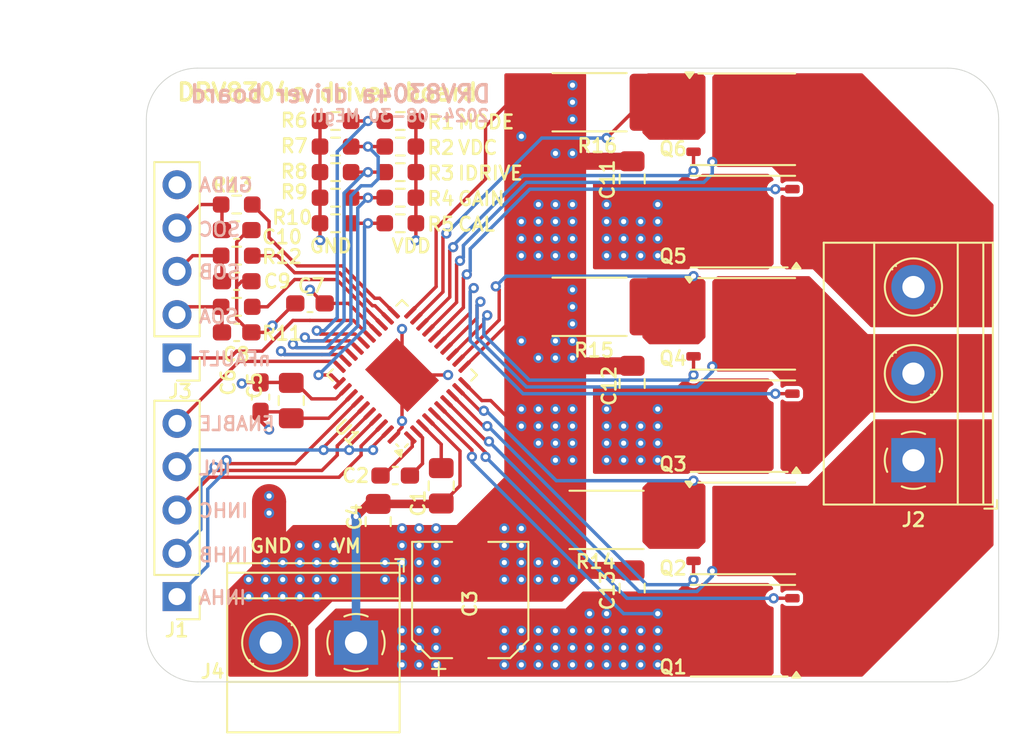
<source format=kicad_pcb>
(kicad_pcb (version 20240108) (generator "pcbnew") (generator_version "8.0")
  (layers (0 "F.Cu" signal) (1 "In1.Cu" signal) (2 "In2.Cu" signal) (31 "B.Cu" signal) (34 "B.Paste" user) (35 "F.Paste" user) (36 "B.SilkS" user "B.Silkscreen") (37 "F.SilkS" user "F.Silkscreen") (38 "B.Mask" user) (39 "F.Mask" user) (44 "Edge.Cuts" user))
  (net 0 "")
  (net 1 "Net-(U1-VCP)")
  (net 2 "Net-(U1-CPH)")
  (net 3 "Net-(U1-CPL)")
  (net 4 "GNDPWR")
  (net 5 "VDD")
  (net 6 "GNDA")
  (net 7 "/SOA")
  (net 8 "/SOB")
  (net 9 "/SOC")
  (net 10 "/INHB")
  (net 11 "/INHA")
  (net 12 "/ENABLE")
  (net 13 "/INHC")
  (net 14 "/nFAULT")
  (net 15 "Net-(U1-MODE)")
  (net 16 "Net-(U1-VDS)")
  (net 17 "Net-(U1-IDRIVE)")
  (net 18 "Net-(U1-GAIN)")
  (net 19 "Net-(U1-CAL)")
  (net 20 "Net-(U1-SOA)")
  (net 21 "Net-(U1-SOB)")
  (net 22 "Net-(U1-SOC)")
  (net 23 "/INL")
  (net 24 "/SHA")
  (net 25 "/SHC")
  (net 26 "/SHB")
  (net 27 "/GHA")
  (net 28 "/SPA")
  (net 29 "/GLA")
  (net 30 "/GHB")
  (net 31 "/SPB")
  (net 32 "/GLB")
  (net 33 "/GHC")
  (net 34 "/SPC")
  (net 35 "/GLC")
  (net 36 "VM")
  (footprint "Package_TO_SOT_SMD:TDSON-8-1" (layer "F.Cu") (at 190 104)
    (property "Reference" "Q2")
    (property "Value" "CSD18514Q5A")
  )
  (footprint "Resistor_SMD:R_0603_1608Metric_Pad0.98x0.95mm_HandSolder" (layer "F.Cu") (at 166.1 86.1 180)
    (property "Reference" "R10")
    (property "Value" "DNP")
  )
  (footprint "Capacitor_SMD:C_0603_1608Metric_Pad1.08x0.95mm_HandSolder" (layer "F.Cu") (at 160.3 86.5)
    (property "Reference" "C10")
    (property "Value" "100pF")
  )
  (footprint "Capacitor_SMD:C_0805_2012Metric_Pad1.18x1.45mm_HandSolder" (layer "F.Cu") (at 172.3 101.5 90)
    (property "Reference" "C1")
    (property "Value" "1uF")
  )
  (footprint "Resistor_SMD:R_0603_1608Metric_Pad0.98x0.95mm_HandSolder" (layer "F.Cu") (at 169.9 86.1 180)
    (property "Reference" "R5")
    (property "Value" "DNP")
  )
  (footprint "Capacitor_SMD:CP_Elec_6.3x7.7" (layer "F.Cu") (at 174 108.2 90)
    (property "Reference" "C3")
    (property "Value" "47uF")
  )
  (footprint "Resistor_SMD:R_0603_1608Metric_Pad0.98x0.95mm_HandSolder" (layer "F.Cu") (at 169.9 81.6 180)
    (property "Reference" "R2")
    (property "Value" "DNP")
  )
  (footprint "Capacitor_SMD:C_0603_1608Metric_Pad1.08x0.95mm_HandSolder" (layer "F.Cu") (at 160.3 89.5)
    (property "Reference" "C9")
    (property "Value" "100pF")
  )
  (footprint "Resistor_SMD:R_0603_1608Metric_Pad0.98x0.95mm_HandSolder" (layer "F.Cu") (at 169.9 84.6 180)
    (property "Reference" "R4")
    (property "Value" "DNP")
  )
  (footprint "Capacitor_SMD:C_0805_2012Metric_Pad1.18x1.45mm_HandSolder" (layer "F.Cu") (at 183.5 107.5 90)
    (property "Reference" "C13")
    (property "Value" "1uF")
  )
  (footprint "Capacitor_SMD:C_0805_2012Metric_Pad1.18x1.45mm_HandSolder" (layer "F.Cu") (at 163.5 96.5 90)
    (property "Reference" "C5")
    (property "Value" "10uF")
  )
  (footprint "NetTie:NetTie-2_SMD_Pad2.0mm" (layer "F.Cu") (at 162.2 104.4 90)
    (property "Reference" "NT1" (hide yes))
    (property "Value" "NetTie_2" (hide yes))
  )
  (footprint "Resistor_SMD:R_0603_1608Metric_Pad0.98x0.95mm_HandSolder" (layer "F.Cu") (at 160.3 85 180)
    (property "Reference" "R13")
    (property "Value" "330R")
  )
  (footprint "Resistor_SMD:R_0603_1608Metric_Pad0.98x0.95mm_HandSolder" (layer "F.Cu") (at 166.1 81.6 180)
    (property "Reference" "R7")
    (property "Value" "DNP")
  )
  (footprint "Resistor_SMD:R_0603_1608Metric_Pad0.98x0.95mm_HandSolder" (layer "F.Cu") (at 166.1 84.6 180)
    (property "Reference" "R9")
    (property "Value" "DNP")
  )
  (footprint "Capacitor_SMD:C_0805_2012Metric_Pad1.18x1.45mm_HandSolder" (layer "F.Cu") (at 183.5 83.5 90)
    (property "Reference" "C11")
    (property "Value" "1uF")
  )
  (footprint "Resistor_SMD:R_0603_1608Metric_Pad0.98x0.95mm_HandSolder" (layer "F.Cu") (at 160.3 91 180)
    (property "Reference" "R11")
    (property "Value" "330R")
  )
  (footprint "Package_DFN_QFN:Texas_RHA0040E_VQFN-40-1EP_6x6mm_P0.5mm_EP3.52x2.62mm" (layer "F.Cu") (at 170 95 135)
    (property "Reference" "U1")
    (property "Value" "DRV8304H")
  )
  (footprint "Package_TO_SOT_SMD:TDSON-8-1" (layer "F.Cu") (at 190 110 180)
    (property "Reference" "Q1")
    (property "Value" "CSD18514Q5A")
  )
  (footprint "Capacitor_SMD:C_0805_2012Metric_Pad1.18x1.45mm_HandSolder" (layer "F.Cu") (at 183.5 95.5 90)
    (property "Reference" "C12")
    (property "Value" "1uF")
  )
  (footprint "Resistor_SMD:R_2512_6332Metric_Pad1.40x3.35mm_HandSolder" (layer "F.Cu") (at 181 79 180)
    (property "Reference" "R16")
    (property "Value" "R")
  )
  (footprint "Capacitor_SMD:C_0805_2012Metric_Pad1.18x1.45mm_HandSolder" (layer "F.Cu") (at 168.6 103.6 -90)
    (property "Reference" "C4")
    (property "Value" "1uF")
  )
  (footprint "Resistor_SMD:R_2512_6332Metric_Pad1.40x3.35mm_HandSolder" (layer "F.Cu") (at 182 103.5 180)
    (property "Reference" "R14")
    (property "Value" "R")
  )
  (footprint "Package_TO_SOT_SMD:TDSON-8-1" (layer "F.Cu") (at 190 86 180)
    (property "Reference" "Q5")
    (property "Value" "CSD18514Q5A")
  )
  (footprint "Capacitor_SMD:C_0603_1608Metric_Pad1.08x0.95mm_HandSolder" (layer "F.Cu") (at 164.6 90.8 180)
    (property "Reference" "C7")
    (property "Value" "100nF")
  )
  (footprint "Resistor_SMD:R_2512_6332Metric_Pad1.40x3.35mm_HandSolder" (layer "F.Cu") (at 181 91 180)
    (property "Reference" "R15")
    (property "Value" "R")
  )
  (footprint "Capacitor_SMD:C_0603_1608Metric_Pad1.08x0.95mm_HandSolder" (layer "F.Cu") (at 160.3 92.5)
    (property "Reference" "C8")
    (property "Value" "100pF")
  )
  (footprint "TerminalBlock_Phoenix:TerminalBlock_Phoenix_MKDS-1,5-3-5.08_1x03_P5.08mm_Horizontal" (layer "F.Cu") (at 200 100 90)
    (property "Reference" "J2")
    (property "Value" "Conn_01x03_Pin")
  )
  (footprint "Connector_PinHeader_2.54mm:PinHeader_1x05_P2.54mm_Vertical" (layer "F.Cu") (at 156.8 94 180)
    (property "Reference" "J3")
    (property "Value" "Conn_01x05_Pin")
  )
  (footprint "Package_TO_SOT_SMD:TDSON-8-1" (layer "F.Cu") (at 190 92)
    (property "Reference" "Q4")
    (property "Value" "CSD18514Q5A")
  )
  (footprint "Resistor_SMD:R_0603_1608Metric_Pad0.98x0.95mm_HandSolder" (layer "F.Cu") (at 169.9 83.1 180)
    (property "Reference" "R3")
    (property "Value" "DNP")
  )
  (footprint "Package_TO_SOT_SMD:TDSON-8-1" (layer "F.Cu") (at 190 80)
    (property "Reference" "Q6")
    (property "Value" "CSD18514Q5A")
  )
  (footprint "Capacitor_SMD:C_0603_1608Metric_Pad1.08x0.95mm_HandSolder" (layer "F.Cu") (at 161.7 96.3 90)
    (property "Reference" "C6")
    (property "Value" "100nF")
  )
  (footprint "Resistor_SMD:R_0603_1608Metric_Pad0.98x0.95mm_HandSolder" (layer "F.Cu") (at 169.9 80.1 180)
    (property "Reference" "R1")
    (property "Value" "DNP")
  )
  (footprint "TerminalBlock_Phoenix:TerminalBlock_Phoenix_MKDS-1,5-2_1x02_P5.00mm_Horizontal" (layer "F.Cu") (at 167.3 110.7 180)
    (property "Reference" "J4")
    (property "Value" "Conn_01x02_Pin")
  )
  (footprint "Resistor_SMD:R_0603_1608Metric_Pad0.98x0.95mm_HandSolder" (layer "F.Cu") (at 160.3 88 180)
    (property "Reference" "R12")
    (property "Value" "330R")
  )
  (footprint "Package_TO_SOT_SMD:TDSON-8-1" (layer "F.Cu") (at 190 98 180)
    (property "Reference" "Q3")
    (property "Value" "CSD18514Q5A")
  )
  (footprint "Capacitor_SMD:C_0603_1608Metric_Pad1.08x0.95mm_HandSolder" (layer "F.Cu") (at 169.6 100.9)
    (property "Reference" "C2")
    (property "Value" "100nF")
  )
  (footprint "Connector_PinHeader_2.54mm:PinHeader_1x05_P2.54mm_Vertical" (layer "F.Cu") (at 156.8 108 180)
    (property "Reference" "J1")
    (property "Value" "Conn_01x05_Pin")
  )
  (footprint "Resistor_SMD:R_0603_1608Metric_Pad0.98x0.95mm_HandSolder" (layer "F.Cu") (at 166.1 83.1 180)
    (property "Reference" "R8")
    (property "Value" "DNP")
  )
  (footprint "Resistor_SMD:R_0603_1608Metric_Pad0.98x0.95mm_HandSolder" (layer "F.Cu") (at 166.1 80.1 180)
    (property "Reference" "R6")
    (property "Value" "DNP")
  )
  (gr_line (start 155 80) (end 155 110) (stroke (width 0.05)) (layer "Edge.Cuts"))
  (gr_line (start 205 110) (end 205 80) (stroke (width 0.05)) (layer "Edge.Cuts"))
  (gr_arc (start 158 113) (mid 155.87868 112.12132) (end 155 110) (stroke (width 0.05)) (layer "Edge.Cuts"))
  (gr_line (start 158 113) (end 202 113) (stroke (width 0.05)) (layer "Edge.Cuts"))
  (gr_arc (start 202 77) (mid 204.12132 77.87868) (end 205 80) (stroke (width 0.05)) (layer "Edge.Cuts"))
  (gr_line (start 202 77) (end 158 77) (stroke (width 0.05)) (layer "Edge.Cuts"))
  (gr_arc (start 205 110) (mid 204.12132 112.12132) (end 202 113) (stroke (width 0.05)) (layer "Edge.Cuts"))
  (gr_arc (start 155 80) (mid 155.87868 77.87868) (end 158 77) (stroke (width 0.05)) (layer "Edge.Cuts"))
  (gr_text "DRV8304a driver board" (at 175.3 79.1 -0) (layer "B.SilkS") (effects (font (size 1 1) (thickness 0.2) (bold yes)) (justify left bottom mirror)))
  (gr_text "nFAULT" (at 158 94.53 0) (layer "B.SilkS") (effects (font (size 0.8 0.8)) (justify right bottom mirror)))
  (gr_text "INL" (at 158 100.93 0) (layer "B.SilkS") (effects (font (size 0.8 0.8)) (justify right bottom mirror)))
  (gr_text "ENABLE" (at 158 98.33 0) (layer "B.SilkS") (effects (font (size 0.8 0.8)) (justify right bottom mirror)))
  (gr_text "INHB" (at 158 106.03 0) (layer "B.SilkS") (effects (font (size 0.8 0.8)) (justify right bottom mirror)))
  (gr_text "SOA" (at 158 92.03 0) (layer "B.SilkS") (effects (font (size 0.8 0.8)) (justify right bottom mirror)))
  (gr_text "2024-08-30 MEgli" (at 175.2 80.2 0) (layer "B.SilkS") (effects (font (size 0.7 0.7) (thickness 0.15) (bold yes)) (justify left bottom mirror)))
  (gr_text "SOB" (at 158 89.43 0) (layer "B.SilkS") (effects (font (size 0.8 0.8)) (justify right bottom mirror)))
  (gr_text "GNDA" (at 158 84.33 0) (layer "B.SilkS") (effects (font (size 0.8 0.8)) (justify right bottom mirror)))
  (gr_text "SOC" (at 158 86.93 0) (layer "B.SilkS") (effects (font (size 0.8 0.8)) (justify right bottom mirror)))
  (gr_text "INHC" (at 158 103.43 0) (layer "B.SilkS") (effects (font (size 0.8 0.8)) (justify right bottom mirror)))
  (gr_text "INHA" (at 158 108.53 0) (layer "B.SilkS") (effects (font (size 0.8 0.8)) (justify right bottom mirror)))
  (gr_text "GND" (at 164.5 87.9 0) (layer "F.SilkS") (effects (font (size 0.8 0.8)) (justify left bottom)))
  (gr_text "VDC" (at 173.2 82.13 0) (layer "F.SilkS") (effects (font (size 0.8 0.8)) (justify left bottom)))
  (gr_text "GND    VM" (at 161 105.5 0) (layer "F.SilkS") (effects (font (size 0.8 0.8)) (justify left bottom)))
  (gr_text "CAL" (at 173.2 86.63 0) (layer "F.SilkS") (effects (font (size 0.8 0.8)) (justify left bottom)))
  (gr_text "MODE" (at 173.2 80.63 0) (layer "F.SilkS") (effects (font (size 0.8 0.8)) (justify left bottom)))
  (gr_text "VDD" (at 169.3 87.9 0) (layer "F.SilkS") (effects (font (size 0.8 0.8)) (justify left bottom)))
  (gr_text "IDRIVE" (at 173.2 83.63 0) (layer "F.SilkS") (effects (font (size 0.8 0.8)) (justify left bottom)))
  (gr_text "DRV8304a driver board" (at 156.7 79 0) (layer "F.SilkS") (effects (font (size 1 1) (thickness 0.2) (bold yes)) (justify left bottom)))
  (gr_text "GAIN" (at 173.2 85.13 0) (layer "F.SilkS") (effects (font (size 0.8 0.8)) (justify left bottom)))
  (segment (start 172.116117 98.883883) (end 171.193243 97.96101) (width 0.2) (layer "F.Cu") (net 1))
  (segment (start 172.3 100.3625) (end 172.3 99.067766) (width 0.2) (layer "F.Cu") (net 1))
  (segment (start 172.3 99.067766) (end 172.116117 98.883883) (width 0.2) (layer "F.Cu") (net 1))
  (segment (start 170.6 99.2) (end 170.6 98.78198) (width 0.2) (layer "F.Cu") (net 2))
  (segment (start 170.6 98.78198) (end 170.486136 98.668116) (width 0.2) (layer "F.Cu") (net 2))
  (segment (start 168.9 100.9) (end 168.737499 100.9) (width 0.2) (layer "F.Cu") (net 2))
  (segment (start 168.822499 100.955) (end 168.845 100.955) (width 0.2) (layer "F.Cu") (net 2))
  (segment (start 170.6 99.2) (end 168.9 100.9) (width 0.2) (layer "F.Cu") (net 2))
  (segment (start 171.112563 98.587437) (end 170.839689 98.314563) (width 0.2) (layer "F.Cu") (net 3))
  (segment (start 171.2 100.2) (end 171.2 98.674874) (width 0.2) (layer "F.Cu") (net 3))
  (segment (start 170.5 100.9) (end 171.2 100.2) (width 0.2) (layer "F.Cu") (net 3))
  (segment (start 171.2 98.674874) (end 171.112563 98.587437) (width 0.2) (layer "F.Cu") (net 3))
  (segment (start 170.462501 100.9) (end 170.5 100.9) (width 0.2) (layer "F.Cu") (net 3))
  (segment (start 170.547501 100.955) (end 170.547501 100.952499) (width 0.2) (layer "F.Cu") (net 3))
  (segment (start 172.5 95) (end 172.7 95) (width 0.2) (layer "F.Cu") (net 4))
  (segment (start 179 100.3) (end 178.95 100.25) (width 0.2) (layer "F.Cu") (net 4))
  (segment (start 176.7 98) (end 177 98) (width 0.2) (layer "F.Cu") (net 4))
  (segment (start 179 100) (end 179 100.3) (width 0.2) (layer "F.Cu") (net 4))
  (segment (start 177 98) (end 177 98.3) (width 0.2) (layer "F.Cu") (net 4))
  (segment (start 177.7 99) (end 178 99) (width 0.2) (layer "F.Cu") (net 4))
  (segment (start 174.9 83.5) (end 174.9 80.4) (width 0.2) (layer "F.Cu") (net 4))
  (segment (start 180.5375 106.4625) (end 180 107) (width 1) (layer "F.Cu") (net 4))
  (segment (start 170.3 95.3) (end 170 95) (width 0.2) (layer "F.Cu") (net 4))
  (segment (start 177 98.3) (end 177.7 99) (width 0.2) (layer "F.Cu") (net 4))
  (segment (start 172 89.81802) (end 172 86.4) (width 0.2) (layer "F.Cu") (net 4))
  (segment (start 170 95) (end 172.5 95) (width 0.2) (layer "F.Cu") (net 4))
  (segment (start 173.668116 94.513864) (end 174.7 93.5) (width 0.2) (layer "F.Cu") (net 4))
  (segment (start 170 97.7) (end 170 95) (width 0.2) (layer "F.Cu") (net 4))
  (segment (start 180.4625 94.4625) (end 180 94) (width 1) (layer "F.Cu") (net 4))
  (segment (start 170.486136 91.331884) (end 172 89.81802) (width 0.2) (layer "F.Cu") (net 4))
  (segment (start 169.8 98.275914) (end 169.937957 98.137957) (width 0.2) (layer "F.Cu") (net 4))
  (segment (start 173.668116 95.486136) (end 173.686136 95.486136) (width 0.2) (layer "F.Cu") (net 4))
  (segment (start 180.4625 82.4625) (end 180 82) (width 1) (layer "F.Cu") (net 4))
  (segment (start 172 86.4) (end 174.9 83.5) (width 0.2) (layer "F.Cu") (net 4))
  (segment (start 170 95) (end 170 92.3) (width 0.2) (layer "F.Cu") (net 4))
  (segment (start 175.2 96.5) (end 176.7 98) (width 0.2) (layer "F.Cu") (net 4))
  (segment (start 170 98.075914) (end 170 97.7) (width 0.2) (layer "F.Cu") (net 4))
  (segment (start 178 99.3) (end 178.7 100) (width 0.2) (layer "F.Cu") (net 4))
  (segment (start 183.5 82.4625) (end 180.4625 82.4625) (width 1) (layer "F.Cu") (net 4))
  (segment (start 173.668116 95.486136) (end 174.68198 96.5) (width 0.2) (layer "F.Cu") (net 4))
  (segment (start 178 99) (end 178 99.3) (width 0.2) (layer "F.Cu") (net 4))
  (segment (start 174.9 80.4) (end 176.3 79) (width 0.2) (layer "F.Cu") (net 4))
  (segment (start 183.5 106.4625) (end 180.5375 106.4625) (width 1) (layer "F.Cu") (net 4))
  (segment (start 183.5 94.4625) (end 180.4625 94.4625) (width 1) (layer "F.Cu") (net 4))
  (segment (start 178.95 100.25) (end 178.95 103.5) (width 0.2) (layer "F.Cu") (net 4))
  (segment (start 169.937957 98.137957) (end 170 98.075914) (width 0.2) (layer "F.Cu") (net 4))
  (segment (start 169.513864 98.668116) (end 169.8 98.38198) (width 0.2) (layer "F.Cu") (net 4))
  (segment (start 176.3 79) (end 177.95 79) (width 0.2) (layer "F.Cu") (net 4))
  (segment (start 177.2 91) (end 177.95 91) (width 0.2) (layer "F.Cu") (net 4))
  (segment (start 169.8 98.38198) (end 169.8 98.275914) (width 0.2) (layer "F.Cu") (net 4))
  (segment (start 174.7 93.5) (end 177.2 91) (width 0.2) (layer "F.Cu") (net 4))
  (segment (start 178.7 100) (end 179 100) (width 0.2) (layer "F.Cu") (net 4))
  (segment (start 174.68198 96.5) (end 175.2 96.5) (width 0.2) (layer "F.Cu") (net 4))
  (via (at 166 107) (size 0.6) (drill 0.3) (layers "F.Cu" "B.Cu") (net 4))
  (via (at 178 88) (size 0.6) (drill 0.3) (layers "F.Cu" "B.Cu") (net 4))
  (via (at 170 92.3) (size 0.6) (drill 0.3) (layers "F.Cu" "B.Cu") (net 4))
  (via (at 171 107) (size 0.6) (drill 0.3) (layers "F.Cu" "B.Cu") (net 4))
  (via (at 171 104) (size 0.6) (drill 0.3) (layers "F.Cu" "B.Cu") (net 4))
  (via (at 177 81) (size 0.6) (drill 0.3) (layers "F.Cu" "B.Cu") (net 4))
  (via (at 178 87) (size 0.6) (drill 0.3) (layers "F.Cu" "B.Cu") (net 4))
  (via (at 172 106) (size 0.6) (drill 0.3) (layers "F.Cu" "B.Cu") (net 4))
  (via (at 163 107) (size 0.6) (drill 0.3) (layers "F.Cu" "B.Cu") (net 4))
  (via (at 180 87) (size 0.6) (drill 0.3) (layers "F.Cu" "B.Cu") (net 4))
  (via (at 180 107) (size 0.6) (drill 0.3) (layers "F.Cu" "B.Cu") (net 4))
  (via (at 180 79) (size 0.6) (drill 0.3) (layers "F.Cu" "B.Cu") (net 4))
  (via (at 164 105) (size 0.6) (drill 0.3) (layers "F.Cu" "B.Cu") (net 4))
  (via (at 180 88) (size 0.6) (drill 0.3) (layers "F.Cu" "B.Cu") (net 4))
  (via (at 178 98) (size 0.6) (drill 0.3) (layers "F.Cu" "B.Cu") (net 4))
  (via (at 179 85) (size 0.6) (drill 0.3) (layers "F.Cu" "B.Cu") (net 4))
  (via (at 164 107) (size 0.6) (drill 0.3) (layers "F.Cu" "B.Cu") (net 4))
  (via (at 165 108) (size 0.6) (drill 0.3) (layers "F.Cu" "B.Cu") (net 4))
  (via (at 165 107) (size 0.6) (drill 0.3) (layers "F.Cu" "B.Cu") (net 4))
  (via (at 177 87) (size 0.6) (drill 0.3) (layers "F.Cu" "B.Cu") (net 4))
  (via (at 172 105) (size 0.6) (drill 0.3) (layers "F.Cu" "B.Cu") (net 4))
  (via (at 177 104) (size 0.6) (drill 0.3) (layers "F.Cu" "B.Cu") (net 4))
  (via (at 163 106) (size 0.6) (drill 0.3) (layers "F.Cu" "B.Cu") (net 4))
  (via (at 180 85) (size 0.6) (drill 0.3) (layers "F.Cu" "B.Cu") (net 4))
  (via (at 165 106) (size 0.6) (drill 0.3) (layers "F.Cu" "B.Cu") (net 4))
  (via (at 172 107) (size 0.6) (drill 0.3) (layers "F.Cu" "B.Cu") (net 4))
  (via (at 177 105) (size 0.6) (drill 0.3) (layers "F.Cu" "B.Cu") (net 4))
  (via (at 178 99) (size 0.6) (drill 0.3) (layers "F.Cu" "B.Cu") (net 4))
  (via (at 166 106) (size 0.6) (drill 0.3) (layers "F.Cu" "B.Cu") (net 4))
  (via (at 170 104) (size 0.6) (drill 0.3) (layers "F.Cu" "B.Cu") (net 4))
  (via (at 178 85) (size 0.6) (drill 0.3) (layers "F.Cu" "B.Cu") (net 4))
  (via (at 179 86) (size 0.6) (drill 0.3) (layers "F.Cu" "B.Cu") (net 4))
  (via (at 180 92) (size 0.6) (drill 0.3) (layers "F.Cu" "B.Cu") (net 4))
  (via (at 178 94) (size 0.6) (drill 0.3) (layers "F.Cu" "B.Cu") (net 4))
  (via (at 164 108) (size 0.6) (drill 0.3) (layers "F.Cu" "B.Cu") (net 4))
  (via (at 164 106) (size 0.6) (drill 0.3) (layers "F.Cu" "B.Cu") (net 4))
  (via (at 172.7 95) (size 0.6) (drill 0.3) (layers "F.Cu" "B.Cu") (net 4))
  (via (at 178 97) (size 0.6) (drill 0.3) (layers "F.Cu" "B.Cu") (net 4))
  (via (at 171 105) (size 0.6) (drill 0.3) (layers "F.Cu" "B.Cu") (net 4))
  (via (at 180 100) (size 0.6) (drill 0.3) (layers "F.Cu" "B.Cu") (net 4))
  (via (at 170 106) (size 0.6) (drill 0.3) (layers "F.Cu" "B.Cu") (net 4))
  (via (at 179 88) (size 0.6) (drill 0.3) (layers "F.Cu" "B.Cu") (net 4))
  (via (at 180 94) (size 0.6) (drill 0.3) (layers "F.Cu" "B.Cu") (net 4))
  (via (at 179 93) (size 0.6) (drill 0.3) (layers "F.Cu" "B.Cu") (net 4))
  (via (at 176 106) (size 0.6) (drill 0.3) (layers "F.Cu" "B.Cu") (net 4))
  (via (at 172 104) (size 0.6) (drill 0.3) (layers "F.Cu" "B.Cu") (net 4))
  (via (at 179 98) (size 0.6) (drill 0.3) (layers "F.Cu" "B.Cu") (net 4))
  (via (at 180 86) (size 0.6) (drill 0.3) (layers "F.Cu" "B.Cu") (net 4))
  (via (at 180 91) (size 0.6) (drill 0.3) (layers "F.Cu" "B.Cu") (net 4))
  (via (at 177 93) (size 0.6) (drill 0.3) (layers "F.Cu" "B.Cu") (net 4))
  (via (at 166 105) (size 0.6) (drill 0.3) (layers "F.Cu" "B.Cu") (net 4))
  (via (at 177 86) (size 0.6) (drill 0.3) (layers "F.Cu" "B.Cu") (net 4))
  (via (at 178 107) (size 0.6) (drill 0.3) (layers "F.Cu" "B.Cu") (net 4))
  (via (at 161 107) (size 0.6) (drill 0.3) (layers "F.Cu" "B.Cu") (net 4))
  (via (at 177 107) (size 0.6) (drill 0.3) (layers "F.Cu" "B.Cu") (net 4))
  (via (at 171 106) (size 0.6) (drill 0.3) (layers "F.Cu" "B.Cu") (net 4))
  (via (at 179 94) (size 0.6) (drill 0.3) (layers "F.Cu" "B.Cu") (net 4))
  (via (at 177 88) (size 0.6) (drill 0.3) (layers "F.Cu" "B.Cu") (net 4))
  (via (at 165 105) (size 0.6) (drill 0.3) (layers "F.Cu" "B.Cu") (net 4))
  (via (at 179 97) (size 0.6) (drill 0.3) (layers "F.Cu" "B.Cu") (net 4))
  (via (at 176 105) (size 0.6) (drill 0.3) (layers "F.Cu" "B.Cu") (net 4))
  (via (at 178 106) (size 0.6) (drill 0.3) (layers "F.Cu" "B.Cu") (net 4))
  (via (at 180 78) (size 0.6) (drill 0.3) (layers "F.Cu" "B.Cu") (net 4))
  (via (at 176 107) (size 0.6) (drill 0.3) (layers "F.Cu" "B.Cu") (net 4))
  (via (at 180 82) (size 0.6) (drill 0.3) (layers "F.Cu" "B.Cu") (net 4))
  (via (at 163 108) (size 0.6) (drill 0.3) (layers "F.Cu" "B.Cu") (net 4))
  (via (at 180 98) (size 0.6) (drill 0.3) (layers "F.Cu" "B.Cu") (net 4))
  (via (at 177 98) (size 0.6) (drill 0.3) (layers "F.Cu" "B.Cu") (net 4))
  (via (at 176 104) (size 0.6) (drill 0.3) (layers "F.Cu" "B.Cu") (net 4))
  (via (at 179 106) (size 0.6) (drill 0.3) (layers "F.Cu" "B.Cu") (net 4))
  (via (at 177 106) (size 0.6) (drill 0.3) (layers "F.Cu" "B.Cu") (net 4))
  (via (at 170 105) (size 0.6) (drill 0.3) (layers "F.Cu" "B.Cu") (net 4))
  (via (at 169 106) (size 0.6) (drill 0.3) (layers "F.Cu" "B.Cu") (net 4))
  (via (at 162 107) (size 0.6) (drill 0.3) (layers "F.Cu" "B.Cu") (net 4))
  (via (at 180 90) (size 0.6) (drill 0.3) (layers "F.Cu" "B.Cu") (net 4))
  (via (at 177 97) (size 0.6) (drill 0.3) (layers "F.Cu" "B.Cu") (net 4))
  (via (at 170 97.7) (size 0.6) (drill 0.3) (layers "F.Cu" "B.Cu") (net 4))
  (via (at 162 108) (size 0.6) (drill 0.3) (layers "F.Cu" "B.Cu") (net 4))
  (via (at 180 99) (size 0.6) (drill 0.3) (layers "F.Cu" "B.Cu") (net 4))
  (via (at 180 80) (size 0.6) (drill 0.3) (layers "F.Cu" "B.Cu") (net 4))
  (via (at 179 99) (size 0.6) (drill 0.3) (layers "F.Cu" "B.Cu") (net 4))
  (via (at 179 87) (size 0.6) (drill 0.3) (layers "F.Cu" "B.Cu") (net 4))
  (via (at 180 93) (size 0.6) (drill 0.3) (layers "F.Cu" "B.Cu") (net 4))
  (via (at 179 107) (size 0.6) (drill 0.3) (layers "F.Cu" "B.Cu") (net 4))
  (via (at 180 97) (size 0.6) (drill 0.3) (layers "F.Cu" "B.Cu") (net 4))
  (via (at 169 107) (size 0.6) (drill 0.3) (layers "F.Cu" "B.Cu") (net 4))
  (via (at 162 106) (size 0.6) (drill 0.3) (layers "F.Cu" "B.Cu") (net 4))
  (via (at 178 86) (size 0.6) (drill 0.3) (layers "F.Cu" "B.Cu") (net 4))
  (via (at 179 100) (size 0.6) (drill 0.3) (layers "F.Cu" "B.Cu") (net 4))
  (via (at 179 82) (size 0.6) (drill 0.3) (layers "F.Cu" "B.Cu") (net 4))
  (via (at 161 108) (size 0.6) (drill 0.3) (layers "F.Cu" "B.Cu") (net 4))
  (via (at 170 107) (size 0.6) (drill 0.3) (layers "F.Cu" "B.Cu") (net 4))
  (segment (start 170.8125 87.2875) (end 170.8125 87.1) (width 0.2) (layer "F.Cu") (net 5))
  (segment (start 165.694733 97.5375) (end 167.03899 96.193243) (width 0.2) (layer "F.Cu") (net 5))
  (segment (start 170.8125 86.1) (end 170.8125 87.1) (width 0.2) (layer "F.Cu") (net 5))
  (segment (start 166.86066 90.8) (end 165.462501 90.8) (width 0.2) (layer "F.Cu") (net 5))
  (segment (start 161.7 97.162501) (end 163.125001 97.162501) (width 0.2) (layer "F.Cu") (net 5))
  (segment (start 170.8125 87.2875) (end 170.8 87.3) (width 0.2) (layer "F.Cu") (net 5))
  (segment (start 165.462501 90.8) (end 165.4 90.8) (width 0.2) (layer "F.Cu") (net 5))
  (segment (start 163.125001 97.162501) (end 163.5 97.5375) (width 0.2) (layer "F.Cu") (net 5))
  (segment (start 161.7 97.7) (end 162.2 98.2) (width 0.2) (layer "F.Cu") (net 5))
  (segment (start 163.5 97.5375) (end 165.694733 97.5375) (width 0.2) (layer "F.Cu") (net 5))
  (segment (start 168.453204 92.392544) (end 166.86066 90.8) (width 0.2) (layer "F.Cu") (net 5))
  (segment (start 161.7 97.162501) (end 161.7 97.7) (width 0.2) (layer "F.Cu") (net 5))
  (segment (start 165.4 90.8) (end 164.6 90) (width 0.2) (layer "F.Cu") (net 5))
  (segment (start 170.8125 80.1) (end 170.8125 86.1) (width 0.2) (layer "F.Cu") (net 5))
  (via (at 170.8125 87.1) (size 0.6) (drill 0.3) (layers "F.Cu" "B.Cu") (net 5))
  (via (at 162.2 98.2) (size 0.6) (drill 0.3) (layers "F.Cu" "B.Cu") (net 5))
  (via (at 164.6 90) (size 0.6) (drill 0.3) (layers "F.Cu" "B.Cu") (net 5))
  (segment (start 161.7 95.437499) (end 163.474999 95.437499) (width 0.2) (layer "F.Cu") (net 6))
  (segment (start 161.1625 89.5) (end 160.6 89.5) (width 0.2) (layer "F.Cu") (net 6))
  (segment (start 160.3 91.7) (end 160.3 89.8) (width 0.2) (layer "F.Cu") (net 6))
  (segment (start 160.3 87.2) (end 161 86.5) (width 0.2) (layer "F.Cu") (net 6))
  (segment (start 163.7625 95.4625) (end 164.7 96.4) (width 0.2) (layer "F.Cu") (net 6))
  (segment (start 161 86.5) (end 161.1625 86.5) (width 0.2) (layer "F.Cu") (net 6))
  (segment (start 161.1625 92.5) (end 161.1 92.5) (width 0.2) (layer "F.Cu") (net 6))
  (segment (start 165.1875 86.1) (end 165.1875 87.0875) (width 0.2) (layer "F.Cu") (net 6))
  (segment (start 165.1875 86.1) (end 165.1875 80.1) (width 0.2) (layer "F.Cu") (net 6))
  (segment (start 161.7 95.437499) (end 160.662501 95.437499) (width 0.2) (layer "F.Cu") (net 6))
  (segment (start 161.1625 92.5) (end 162 92.5) (width 0.2) (layer "F.Cu") (net 6))
  (segment (start 160.662501 95.437499) (end 160.6 95.5) (width 0.2) (layer "F.Cu") (net 6))
  (segment (start 163.474999 95.437499) (end 163.5 95.4625) (width 0.2) (layer "F.Cu") (net 6))
  (segment (start 163.5 95.4625) (end 163.7625 95.4625) (width 0.2) (layer "F.Cu") (net 6))
  (segment (start 160.6 89.5) (end 160.3 89.8) (width 0.2) (layer "F.Cu") (net 6))
  (segment (start 160.3 89.8) (end 160.3 87.2) (width 0.2) (layer "F.Cu") (net 6))
  (segment (start 161.1 92.5) (end 160.3 91.7) (width 0.2) (layer "F.Cu") (net 6))
  (segment (start 163.737499 90.8) (end 163.7 90.8) (width 0.2) (layer "F.Cu") (net 6))
  (segment (start 164.7 96.4) (end 166.125126 96.4) (width 0.2) (layer "F.Cu") (net 6))
  (segment (start 163.7 90.8) (end 162.4 92.1) (width 0.2) (layer "F.Cu") (net 6))
  (segment (start 165.1875 87.0875) (end 165.2 87.1) (width 0.2) (layer "F.Cu") (net 6))
  (segment (start 162 92.5) (end 162.4 92.1) (width 0.2) (layer "F.Cu") (net 6))
  (segment (start 166.125126 96.4) (end 166.685437 95.839689) (width 0.2) (layer "F.Cu") (net 6))
  (via (at 162.4 92.1) (size 0.6) (drill 0.3) (layers "F.Cu" "B.Cu") (net 6))
  (via (at 160.6 95.5) (size 0.6) (drill 0.3) (layers "F.Cu" "B.Cu") (net 6))
  (via (at 162.2 103.1) (size 0.6) (drill 0.3) (layers "F.Cu" "B.Cu") (net 6))
  (via (at 165.2 87.1) (size 0.6) (drill 0.3) (layers "F.Cu" "B.Cu") (net 6))
  (via (at 162.2 102.1) (size 0.6) (drill 0.3) (layers "F.Cu" "B.Cu") (net 6))
  (segment (start 159.4375 91.05) (end 159.3875 91) (width 0.2) (layer "F.Cu") (net 7))
  (segment (start 157.26 91) (end 156.8 91.46) (width 0.2) (layer "F.Cu") (net 7))
  (segment (start 159.4375 92.5) (end 159.4375 91.05) (width 0.2) (layer "F.Cu") (net 7))
  (segment (start 159.3875 91) (end 157.26 91) (width 0.2) (layer "F.Cu") (net 7))
  (segment (start 159.3875 88) (end 157.72 88) (width 0.2) (layer "F.Cu") (net 8))
  (segment (start 157.72 88) (end 156.8 88.92) (width 0.2) (layer "F.Cu") (net 8))
  (segment (start 159.4375 89.5) (end 159.4375 88.05) (width 0.2) (layer "F.Cu") (net 8))
  (segment (start 159.4375 88.05) (end 159.3875 88) (width 0.2) (layer "F.Cu") (net 8))
  (segment (start 159.4375 85.05) (end 159.3875 85) (width 0.2) (layer "F.Cu") (net 9))
  (segment (start 159.4375 86.5) (end 159.4375 85.05) (width 0.2) (layer "F.Cu") (net 9))
  (segment (start 158.18 85) (end 156.8 86.38) (width 0.2) (layer "F.Cu") (net 9))
  (segment (start 159.3875 85) (end 158.18 85) (width 0.2) (layer "F.Cu") (net 9))
  (segment (start 165.3 100.6) (end 159.2 100.6) (width 0.2) (layer "F.Cu") (net 10))
  (segment (start 159.2 100.6) (end 159 100.4) (width 0.2) (layer "F.Cu") (net 10))
  (segment (start 168.099651 97.253903) (end 166.2 99.153554) (width 0.2) (layer "F.Cu") (net 10))
  (segment (start 166.2 99.7) (end 165.3 100.6) (width 0.2) (layer "F.Cu") (net 10))
  (segment (start 166.2 99.153554) (end 166.2 99.7) (width 0.2) (layer "F.Cu") (net 10))
  (via (at 159 100.4) (size 0.6) (drill 0.3) (layers "F.Cu" "B.Cu") (net 10))
  (segment (start 156.8 105.46) (end 158.08 104.18) (width 0.2) (layer "B.Cu") (net 10))
  (segment (start 158.2 104.06) (end 158.08 104.18) (width 0.2) (layer "B.Cu") (net 10))
  (segment (start 158.2 101.2) (end 158.2 104.06) (width 0.2) (layer "B.Cu") (net 10))
  (segment (start 159 100.4) (end 158.2 101.2) (width 0.2) (layer "B.Cu") (net 10))
  (segment (start 159.9 100.2) (end 163.73934 100.2) (width 0.2) (layer "F.Cu") (net 11))
  (segment (start 159.7 100) (end 159.9 100.2) (width 0.2) (layer "F.Cu") (net 11))
  (segment (start 163.73934 100.2) (end 167.392544 96.546796) (width 0.2) (layer "F.Cu") (net 11))
  (via (at 159.7 100) (size 0.6) (drill 0.3) (layers "F.Cu" "B.Cu") (net 11))
  (segment (start 159.7 100) (end 159.7 100.6) (width 0.2) (layer "B.Cu") (net 11))
  (segment (start 158.6 101.7) (end 158.6 106.2) (width 0.2) (layer "B.Cu") (net 11))
  (segment (start 158.6 106.2) (end 156.8 108) (width 0.2) (layer "B.Cu") (net 11))
  (segment (start 159.7 100.6) (end 158.6 101.7) (width 0.2) (layer "B.Cu") (net 11))
  (segment (start 166.01802 94.2) (end 166.331884 94.513864) (width 0.2) (layer "F.Cu") (net 12))
  (segment (start 156.8 97.84) (end 160.44 94.2) (width 0.2) (layer "F.Cu") (net 12))
  (segment (start 160.44 94.2) (end 166.01802 94.2) (width 0.2) (layer "F.Cu") (net 12))
  (segment (start 168.806757 97.96101) (end 167.6 99.167767) (width 0.2) (layer "F.Cu") (net 13))
  (segment (start 167.6 99.7) (end 166.3 101) (width 0.2) (layer "F.Cu") (net 13))
  (segment (start 158.7 101) (end 156.8 102.9) (width 0.2) (layer "F.Cu") (net 13))
  (segment (start 167.6 99.167767) (end 167.6 99.7) (width 0.2) (layer "F.Cu") (net 13))
  (segment (start 156.8 102.9) (end 156.8 102.92) (width 0.2) (layer "F.Cu") (net 13))
  (segment (start 166.3 101) (end 158.7 101) (width 0.2) (layer "F.Cu") (net 13))
  (segment (start 156.8 94) (end 159.9 94) (width 0.2) (layer "F.Cu") (net 14))
  (segment (start 163.6 91.8) (end 164.6 91.8) (width 0.2) (layer "F.Cu") (net 14))
  (segment (start 160.3 93.6) (end 161.8 93.6) (width 0.2) (layer "F.Cu") (net 14))
  (segment (start 167.153554 91.8) (end 164.6 91.8) (width 0.2) (layer "F.Cu") (net 14))
  (segment (start 159.9 94) (end 160.3 93.6) (width 0.2) (layer "F.Cu") (net 14))
  (segment (start 168.099651 92.746097) (end 167.153554 91.8) (width 0.2) (layer "F.Cu") (net 14))
  (segment (start 161.8 93.6) (end 163.6 91.8) (width 0.2) (layer "F.Cu") (net 14))
  (segment (start 167.246446 92.6) (end 165.2 92.6) (width 0.2) (layer "F.Cu") (net 15))
  (segment (start 167.746097 93.099651) (end 167.246446 92.6) (width 0.2) (layer "F.Cu") (net 15))
  (segment (start 167.0125 80.1) (end 168 80.1) (width 0.2) (layer "F.Cu") (net 15))
  (segment (start 165.2 92.6) (end 165 92.4) (width 0.2) (layer "F.Cu") (net 15))
  (segment (start 168.9875 80.1) (end 168 80.1) (width 0.2) (layer "F.Cu") (net 15))
  (via (at 165 92.4) (size 0.6) (drill 0.3) (layers "F.Cu" "B.Cu") (net 15))
  (via (at 168 80.1) (size 0.6) (drill 0.3) (layers "F.Cu" "B.Cu") (net 15))
  (segment (start 165.434314 92.4) (end 165 92.4) (width 0.2) (layer "B.Cu") (net 15))
  (segment (start 166.2 91.634314) (end 165.434314 92.4) (width 0.2) (layer "B.Cu") (net 15))
  (segment (start 168 80.1) (end 166.2 81.9) (width 0.2) (layer "B.Cu") (net 15))
  (segment (start 166.2 81.9) (end 166.2 91.634314) (width 0.2) (layer "B.Cu") (net 15))
  (segment (start 168 81.6) (end 168.9875 81.6) (width 0.2) (layer "F.Cu") (net 16))
  (segment (start 167.03899 93.806757) (end 166.632233 93.4) (width 0.2) (layer "F.Cu") (net 16))
  (segment (start 166.632233 93.4) (end 163.8 93.4) (width 0.2) (layer "F.Cu") (net 16))
  (segment (start 163.8 93.4) (end 163.6 93.2) (width 0.2) (layer "F.Cu") (net 16))
  (segment (start 167.0125 81.6) (end 168 81.6) (width 0.2) (layer "F.Cu") (net 16))
  (via (at 163.6 93.2) (size 0.6) (drill 0.3) (layers "F.Cu" "B.Cu") (net 16))
  (via (at 168 81.6) (size 0.6) (drill 0.3) (layers "F.Cu" "B.Cu") (net 16))
  (segment (start 165.568628 93.4) (end 163.8 93.4) (width 0.2) (layer "B.Cu") (net 16))
  (segment (start 168.2 83.9) (end 167.6 83.9) (width 0.2) (layer "B.Cu") (net 16))
  (segment (start 168.6 83.5) (end 168.2 83.9) (width 0.2) (layer "B.Cu") (net 16))
  (segment (start 167 91.968628) (end 165.568628 93.4) (width 0.2) (layer "B.Cu") (net 16))
  (segment (start 167.6 83.9) (end 167 84.5) (width 0.2) (layer "B.Cu") (net 16))
  (segment (start 168 81.6) (end 168.6 82.2) (width 0.2) (layer "B.Cu") (net 16))
  (segment (start 163.8 93.4) (end 163.6 93.2) (width 0.2) (layer "B.Cu") (net 16))
  (segment (start 167 84.5) (end 167 91.968628) (width 0.2) (layer "B.Cu") (net 16))
  (segment (start 168.6 82.2) (end 168.6 83.5) (width 0.2) (layer "B.Cu") (net 16))
  (segment (start 167.0125 83.1) (end 168 83.1) (width 0.2) (layer "F.Cu") (net 17))
  (segment (start 167.392544 93.453204) (end 166.93934 93) (width 0.2) (layer "F.Cu") (net 17))
  (segment (start 166.93934 93) (end 164.5 93) (width 0.2) (layer "F.Cu") (net 17))
  (segment (start 168 83.1) (end 168.9875 83.1) (width 0.2) (layer "F.Cu") (net 17))
  (segment (start 164.5 93) (end 164.3 92.8) (width 0.2) (layer "F.Cu") (net 17))
  (via (at 164.3 92.8) (size 0.6) (drill 0.3) (layers "F.Cu" "B.Cu") (net 17))
  (via (at 168 83.1) (size 0.6) (drill 0.3) (layers "F.Cu" "B.Cu") (net 17))
  (segment (start 166.6 91.8) (end 165.4 93) (width 0.2) (layer "B.Cu") (net 17))
  (segment (start 164.5 93) (end 164.3 92.8) (width 0.2) (layer "B.Cu") (net 17))
  (segment (start 168 83.1) (end 167.834314 83.1) (width 0.2) (layer "B.Cu") (net 17))
  (segment (start 165.4 93) (end 164.5 93) (width 0.2) (layer "B.Cu") (net 17))
  (segment (start 166.6 84.334314) (end 166.6 91.8) (width 0.2) (layer "B.Cu") (net 17))
  (segment (start 167.834314 83.1) (end 166.6 84.334314) (width 0.2) (layer "B.Cu") (net 17))
  (segment (start 165.3 93.8) (end 163.1 93.8) (width 0.2) (layer "F.Cu") (net 18))
  (segment (start 163 93.7) (end 162.9 93.6) (width 0.2) (layer "F.Cu") (net 18))
  (segment (start 166.325126 93.8) (end 165.3 93.8) (width 0.2) (layer "F.Cu") (net 18))
  (segment (start 167.0125 84.6) (end 168 84.6) (width 0.2) (layer "F.Cu") (net 18))
  (segment (start 163.1 93.8) (end 163 93.7) (width 0.2) (layer "F.Cu") (net 18))
  (segment (start 166.685437 94.160311) (end 166.325126 93.8) (width 0.2) (layer "F.Cu") (net 18))
  (segment (start 168 84.6) (end 168.9875 84.6) (width 0.2) (layer "F.Cu") (net 18))
  (via (at 162.9 93.6) (size 0.6) (drill 0.3) (layers "F.Cu" "B.Cu") (net 18))
  (via (at 168 84.6) (size 0.6) (drill 0.3) (layers "F.Cu" "B.Cu") (net 18))
  (segment (start 168 84.6) (end 167.4 85.2) (width 0.2) (layer "B.Cu") (net 18))
  (segment (start 163.1 93.8) (end 162.9 93.6) (width 0.2) (layer "B.Cu") (net 18))
  (segment (start 167.4 92.134314) (end 165.734314 93.8) (width 0.2) (layer "B.Cu") (net 18))
  (segment (start 165.734314 93.8) (end 163.1 93.8) (width 0.2) (layer "B.Cu") (net 18))
  (segment (start 167.4 85.2) (end 167.4 92.134314) (width 0.2) (layer "B.Cu") (net 18))
  (segment (start 165.845748 95) (end 165.1 95) (width 0.2) (layer "F.Cu") (net 19))
  (segment (start 166.331884 95.486136) (end 165.845748 95) (width 0.2) (layer "F.Cu") (net 19))
  (segment (start 167.0125 86.1) (end 168 86.1) (width 0.2) (layer "F.Cu") (net 19))
  (segment (start 168 86.1) (end 168.9875 86.1) (width 0.2) (layer "F.Cu") (net 19))
  (via (at 168 86.1) (size 0.6) (drill 0.3) (layers "F.Cu" "B.Cu") (net 19))
  (via (at 165.1 95) (size 0.6) (drill 0.3) (layers "F.Cu" "B.Cu") (net 19))
  (segment (start 168 86.1) (end 167.8 86.3) (width 0.2) (layer "B.Cu") (net 19))
  (segment (start 167.8 92.3) (end 165.1 95) (width 0.2) (layer "B.Cu") (net 19))
  (segment (start 167.8 86.3) (end 167.8 92.3) (width 0.2) (layer "B.Cu") (net 19))
  (segment (start 161.2125 90.8875) (end 161.2125 91) (width 0.2) (layer "F.Cu") (net 20))
  (segment (start 162.1 91) (end 163.7 89.4) (width 0.2) (layer "F.Cu") (net 20))
  (segment (start 161.3125 91.1) (end 161.2125 91) (width 0.2) (layer "F.Cu") (net 20))
  (segment (start 161.2125 91) (end 162.1 91) (width 0.2) (layer "F.Cu") (net 20))
  (segment (start 166.167767 89.4) (end 168.806757 92.03899) (width 0.2) (layer "F.Cu") (net 20))
  (segment (start 163.7 89.4) (end 166.167767 89.4) (width 0.2) (layer "F.Cu") (net 20))
  (segment (start 166.333454 89) (end 166.416727 89.083273) (width 0.2) (layer "F.Cu") (net 21))
  (segment (start 162.7 88) (end 163.7 89) (width 0.2) (layer "F.Cu") (net 21))
  (segment (start 168.408147 90.933273) (end 169.160311 91.685437) (width 0.2) (layer "F.Cu") (net 21))
  (segment (start 163.7 89) (end 166.333454 89) (width 0.2) (layer "F.Cu") (net 21))
  (segment (start 168.266726 90.933273) (end 168.408147 90.933273) (width 0.2) (layer "F.Cu") (net 21))
  (segment (start 166.416727 89.083273) (end 168.266726 90.933273) (width 0.2) (layer "F.Cu") (net 21))
  (segment (start 161.2125 88) (end 162.7 88) (width 0.2) (layer "F.Cu") (net 21))
  (segment (start 162.2 86.934314) (end 163.865686 88.6) (width 0.2) (layer "F.Cu") (net 22))
  (segment (start 162.2 85.9875) (end 162.2 86.934314) (width 0.2) (layer "F.Cu") (net 22))
  (segment (start 166.5 88.6) (end 166.6 88.7) (width 0.2) (layer "F.Cu") (net 22))
  (segment (start 161.2125 85) (end 162.2 85.9875) (width 0.2) (layer "F.Cu") (net 22))
  (segment (start 163.865686 88.6) (end 166.5 88.6) (width 0.2) (layer "F.Cu") (net 22))
  (segment (start 168.4 90.5) (end 166.6 88.7) (width 0.2) (layer "F.Cu") (net 22))
  (segment (start 169.513864 91.331884) (end 168.68198 90.5) (width 0.2) (layer "F.Cu") (net 22))
  (segment (start 168.68198 90.5) (end 168.4 90.5) (width 0.2) (layer "F.Cu") (net 22))
  (segment (start 168.453204 97.607456) (end 166.9 99.16066) (width 0.2) (layer "F.Cu") (net 23))
  (segment (start 165.4 99.4) (end 165.4 99.246446) (width 0.2) (layer "F.Cu") (net 23))
  (segment (start 165.4 99.246446) (end 167.746097 96.900349) (width 0.2) (layer "F.Cu") (net 23))
  (segment (start 168.3 99.174874) (end 168.3 99.4) (width 0.2) (layer "F.Cu") (net 23))
  (segment (start 166.9 99.16066) (end 166.9 99.4) (width 0.2) (layer "F.Cu") (net 23))
  (segment (start 169.160311 98.314563) (end 168.3 99.174874) (width 0.2) (layer "F.Cu") (net 23))
  (segment (start 166.9 99.5) (end 166.9 99.4) (width 0.2) (layer "F.Cu") (net 23))
  (via (at 168.3 99.4) (size 0.6) (drill 0.3) (layers "F.Cu" "B.Cu") (net 23))
  (via (at 166.9 99.4) (size 0.6) (drill 0.3) (layers "F.Cu" "B.Cu") (net 23))
  (via (at 165.4 99.4) (size 0.6) (drill 0.3) (layers "F.Cu" "B.Cu") (net 23))
  (segment (start 165.4 99.4) (end 157.78 99.4) (width 0.2) (layer "B.Cu") (net 23))
  (segment (start 165.4 99.4) (end 168.3 99.4) (width 0.2) (layer "B.Cu") (net 23))
  (segment (start 157.78 99.4) (end 156.8 100.38) (width 0.2) (layer "B.Cu") (net 23))
  (segment (start 191.05 104) (end 190.7 104) (width 0.2) (layer "F.Cu") (net 24))
  (segment (start 190.7 104) (end 188.2 106.5) (width 0.2) (layer "F.Cu") (net 24))
  (segment (start 172.607456 96.546796) (end 174.96066 98.9) (width 0.2) (layer "F.Cu") (net 24))
  (segment (start 172.607456 96.546796) (end 172.646796 96.546796) (width 0.2) (layer "F.Cu") (net 24))
  (segment (start 174.96066 98.9) (end 175.1 98.9) (width 0.2) (layer "F.Cu") (net 24))
  (via (at 188.2 106.5) (size 0.6) (drill 0.3) (layers "F.Cu" "B.Cu") (net 24))
  (via (at 175.1 98.9) (size 0.6) (drill 0.3) (layers "F.Cu" "B.Cu") (net 24))
  (segment (start 187.3 107.7) (end 184 107.7) (width 0.2) (layer "B.Cu") (net 24))
  (segment (start 188.2 106.5) (end 188.2 106.8) (width 0.2) (layer "B.Cu") (net 24))
  (segment (start 183.9 107.7) (end 184 107.7) (width 0.2) (layer "B.Cu") (net 24))
  (segment (start 175.1 98.9) (end 183.9 107.7) (width 0.2) (layer "B.Cu") (net 24))
  (segment (start 188.2 106.8) (end 187.3 107.7) (width 0.2) (layer "B.Cu") (net 24))
  (segment (start 173.2 90.73934) (end 173.2 88.5) (width 0.2) (layer "F.Cu") (net 25))
  (segment (start 191.05 80) (end 190.7 80) (width 0.2) (layer "F.Cu") (net 25))
  (segment (start 171.546796 92.392544) (end 173.2 90.73934) (width 0.2) (layer "F.Cu") (net 25))
  (segment (start 190.7 80) (end 188.2 82.5) (width 0.2) (layer "F.Cu") (net 25))
  (segment (start 173.2 88.5) (end 173.4 88.3) (width 0.2) (layer "F.Cu") (net 25))
  (via (at 188.2 82.5) (size 0.6) (drill 0.3) (layers "F.Cu" "B.Cu") (net 25))
  (via (at 173.4 88.3) (size 0.6) (drill 0.3) (layers "F.Cu" "B.Cu") (net 25))
  (segment (start 187.7 83.7) (end 177.3 83.7) (width 0.2) (layer "B.Cu") (net 25))
  (segment (start 188.2 83.2) (end 187.7 83.7) (width 0.2) (layer "B.Cu") (net 25))
  (segment (start 188.2 82.5) (end 188.2 83.2) (width 0.2) (layer "B.Cu") (net 25))
  (segment (start 173.6 87.4) (end 173.6 88.1) (width 0.2) (layer "B.Cu") (net 25))
  (segment (start 177.3 83.7) (end 173.6 87.4) (width 0.2) (layer "B.Cu") (net 25))
  (segment (start 173.6 88.1) (end 173.4 88.3) (width 0.2) (layer "B.Cu") (net 25))
  (segment (start 174.4 90.9) (end 174.6 90.7) (width 0.2) (layer "F.Cu") (net 26))
  (segment (start 172.607456 93.453204) (end 174.4 91.66066) (width 0.2) (layer "F.Cu") (net 26))
  (segment (start 191.05 92) (end 190.7 92) (width 0.2) (layer "F.Cu") (net 26))
  (segment (start 190.7 92) (end 188.2 94.5) (width 0.2) (layer "F.Cu") (net 26))
  (segment (start 174.4 91.66066) (end 174.4 90.9) (width 0.2) (layer "F.Cu") (net 26))
  (via (at 188.2 94.5) (size 0.6) (drill 0.3) (layers "F.Cu" "B.Cu") (net 26))
  (via (at 174.6 90.7) (size 0.6) (drill 0.3) (layers "F.Cu" "B.Cu") (net 26))
  (segment (start 174.4 92.8) (end 174.4 90.9) (width 0.2) (layer "B.Cu") (net 26))
  (segment (start 188.2 94.8) (end 187.3 95.7) (width 0.2) (layer "B.Cu") (net 26))
  (segment (start 177.3 95.7) (end 174.4 92.8) (width 0.2) (layer "B.Cu") (net 26))
  (segment (start 174.4 90.9) (end 174.6 90.7) (width 0.2) (layer "B.Cu") (net 26))
  (segment (start 187.3 95.7) (end 177.3 95.7) (width 0.2) (layer "B.Cu") (net 26))
  (segment (start 188.2 94.5) (end 188.2 94.8) (width 0.2) (layer "B.Cu") (net 26))
  (segment (start 172.253903 96.900349) (end 172.915226 97.561672) (width 0.2) (layer "F.Cu") (net 27))
  (segment (start 172.915226 97.561672) (end 172.915226 97.563755) (width 0.2) (layer "F.Cu") (net 27))
  (segment (start 192.9 108.095) (end 191.805 108.095) (width 0.2) (layer "F.Cu") (net 27))
  (segment (start 191.805 108.095) (end 191.8 108.1) (width 0.2) (layer "F.Cu") (net 27))
  (segment (start 174.9 99.548529) (end 174.9 99.8) (width 0.2) (layer "F.Cu") (net 27))
  (segment (start 172.915226 97.563755) (end 174.9 99.548529) (width 0.2) (layer "F.Cu") (net 27))
  (via (at 174.9 99.8) (size 0.6) (drill 0.3) (layers "F.Cu" "B.Cu") (net 27))
  (via (at 191.8 108.1) (size 0.6) (drill 0.3) (layers "F.Cu" "B.Cu") (net 27))
  (segment (start 174.9 99.8) (end 183.2 108.1) (width 0.2) (layer "B.Cu") (net 27))
  (segment (start 191.8 108.1) (end 184.1 108.1) (width 0.2) (layer "B.Cu") (net 27))
  (segment (start 183.2 108.1) (end 184.1 108.1) (width 0.2) (layer "B.Cu") (net 27))
  (segment (start 174.574874 97.1) (end 174.8 97.1) (width 0.2) (layer "F.Cu") (net 28))
  (segment (start 185.05 103.5) (end 185.05 104.45) (width 0.2) (layer "F.Cu") (net 28))
  (segment (start 173.314563 95.839689) (end 174.574874 97.1) (width 0.2) (layer "F.Cu") (net 28))
  (via (at 187.1 101.2) (size 0.6) (drill 0.3) (layers "F.Cu" "B.Cu") (net 28))
  (via (at 174.8 97.1) (size 0.6) (drill 0.3) (layers "F.Cu" "B.Cu") (net 28))
  (segment (start 174.948529 97.1) (end 179.048529 101.2) (width 0.2) (layer "B.Cu") (net 28))
  (segment (start 179.5 101.2) (end 187.1 101.2) (width 0.2) (layer "B.Cu") (net 28))
  (segment (start 174.8 97.1) (end 174.948529 97.1) (width 0.2) (layer "B.Cu") (net 28))
  (segment (start 179.048529 101.2) (end 179.5 101.2) (width 0.2) (layer "B.Cu") (net 28))
  (segment (start 172.96101 96.193243) (end 174.767767 98) (width 0.2) (layer "F.Cu") (net 29))
  (segment (start 187.095 105.9) (end 187.1 105.905) (width 0.2) (layer "F.Cu") (net 29))
  (segment (start 174.767767 98) (end 175 98) (width 0.2) (layer "F.Cu") (net 29))
  (segment (start 187.1 105.905) (end 187.1 107) (width 0.2) (layer "F.Cu") (net 29))
  (via (at 175 98) (size 0.6) (drill 0.3) (layers "F.Cu" "B.Cu") (net 29))
  (via (at 187.1 107) (size 0.6) (drill 0.3) (layers "F.Cu" "B.Cu") (net 29))
  (segment (start 186.8 107.3) (end 186.6 107.3) (width 0.2) (layer "B.Cu") (net 29))
  (segment (start 184.348529 107.3) (end 186.6 107.3) (width 0.2) (layer "B.Cu") (net 29))
  (segment (start 175.048529 98) (end 184.348529 107.3) (width 0.2) (layer "B.Cu") (net 29))
  (segment (start 175 98) (end 175.048529 98) (width 0.2) (layer "B.Cu") (net 29))
  (segment (start 187.1 107) (end 186.8 107.3) (width 0.2) (layer "B.Cu") (net 29))
  (segment (start 172.253903 93.099651) (end 174 91.353554) (width 0.2) (layer "F.Cu") (net 30))
  (segment (start 191.905 96.095) (end 191.9 96.1) (width 0.2) (layer "F.Cu") (net 30))
  (segment (start 174 91.353554) (end 174 90.105882) (width 0.2) (layer "F.Cu") (net 30))
  (segment (start 192.9 96.095) (end 191.905 96.095) (width 0.2) (layer "F.Cu") (net 30))
  (segment (start 174 90.105882) (end 174.205882 89.9) (width 0.2) (layer "F.Cu") (net 30))
  (via (at 174.205882 89.9) (size 0.6) (drill 0.3) (layers "F.Cu" "B.Cu") (net 30))
  (via (at 191.9 96.1) (size 0.6) (drill 0.3) (layers "F.Cu" "B.Cu") (net 30))
  (segment (start 191.9 96.1) (end 177.1 96.1) (width 0.2) (layer "B.Cu") (net 30))
  (segment (start 174 93) (end 174 90.105882) (width 0.2) (layer "B.Cu") (net 30))
  (segment (start 177.1 96.1) (end 174 93) (width 0.2) (layer "B.Cu") (net 30))
  (segment (start 174 90.105882) (end 174.205882 89.9) (width 0.2) (layer "B.Cu") (net 30))
  (segment (start 175.7 90) (end 175.7 91.774874) (width 0.2) (layer "F.Cu") (net 31))
  (segment (start 175.5 89.8) (end 175.7 90) (width 0.2) (layer "F.Cu") (net 31))
  (segment (start 175.7 91.774874) (end 173.314563 94.160311) (width 0.2) (layer "F.Cu") (net 31))
  (via (at 187.1 89.2) (size 0.6) (drill 0.3) (layers "F.Cu" "B.Cu") (net 31))
  (via (at 175.5 89.8) (size 0.6) (drill 0.3) (layers "F.Cu" "B.Cu") (net 31))
  (segment (start 176.1 89.2) (end 175.5 89.8) (width 0.2) (layer "B.Cu") (net 31))
  (segment (start 187.1 89.2) (end 176.1 89.2) (width 0.2) (layer "B.Cu") (net 31))
  (segment (start 172.96101 93.806757) (end 174.8 91.967767) (width 0.2) (layer "F.Cu") (net 32))
  (segment (start 187.095 93.9) (end 187.1 93.905) (width 0.2) (layer "F.Cu") (net 32))
  (segment (start 187.1 93.905) (end 187.1 95) (width 0.2) (layer "F.Cu") (net 32))
  (segment (start 174.8 91.967767) (end 174.8 91.7) (width 0.2) (layer "F.Cu") (net 32))
  (segment (start 174.8 91.7) (end 175 91.5) (width 0.2) (layer "F.Cu") (net 32))
  (via (at 187.1 95) (size 0.6) (drill 0.3) (layers "F.Cu" "B.Cu") (net 32))
  (via (at 175 91.5) (size 0.6) (drill 0.3) (layers "F.Cu" "B.Cu") (net 32))
  (segment (start 174.8 91.7) (end 174.8 92.634314) (width 0.2) (layer "B.Cu") (net 32))
  (segment (start 177.465686 95.3) (end 186.8 95.3) (width 0.2) (layer "B.Cu") (net 32))
  (segment (start 174.8 92.634314) (end 177.465686 95.3) (width 0.2) (layer "B.Cu") (net 32))
  (segment (start 175 91.5) (end 174.8 91.7) (width 0.2) (layer "B.Cu") (net 32))
  (segment (start 186.8 95.3) (end 187.1 95) (width 0.2) (layer "B.Cu") (net 32))
  (segment (start 173.6 91.046446) (end 173.6 89.3) (width 0.2) (layer "F.Cu") (net 33))
  (segment (start 171.900349 92.746097) (end 173.6 91.046446) (width 0.2) (layer "F.Cu") (net 33))
  (segment (start 173.6 89.3) (end 173.8 89.1) (width 0.2) (layer "F.Cu") (net 33))
  (segment (start 191.995 84.095) (end 192.9 84.095) (width 0.2) (layer "F.Cu") (net 33))
  (segment (start 191.9 84.1) (end 191.995 84.095) (width 0.2) (layer "F.Cu") (net 33))
  (via (at 173.8 89.1) (size 0.6) (drill 0.3) (layers "F.Cu" "B.Cu") (net 33))
  (via (at 191.9 84.1) (size 0.6) (drill 0.3) (layers "F.Cu" "B.Cu") (net 33))
  (segment (start 177.5 84.1) (end 174 87.6) (width 0.2) (layer "B.Cu") (net 33))
  (segment (start 191.9 84.1) (end 177.5 84.1) (width 0.2) (layer "B.Cu") (net 33))
  (segment (start 174 88.9) (end 173.8 89.1) (width 0.2) (layer "B.Cu") (net 33))
  (segment (start 174 87.6) (end 174 88.9) (width 0.2) (layer "B.Cu") (net 33))
  (segment (start 172.4 90.125126) (end 172.4 86.9) (width 0.2) (layer "F.Cu") (net 34))
  (segment (start 184.05 79) (end 184.05 79.05) (width 0.2) (layer "F.Cu") (net 34))
  (segment (start 170.839689 91.685437) (end 172.4 90.125126) (width 0.2) (layer "F.Cu") (net 34))
  (segment (start 184.05 79.05) (end 182 81.1) (width 0.2) (layer "F.Cu") (net 34))
  (segment (start 172.4 86.9) (end 172.6 86.7) (width 0.2) (layer "F.Cu") (net 34))
  (via (at 172.6 86.7) (size 0.6) (drill 0.3) (layers "F.Cu" "B.Cu") (net 34))
  (via (at 182 81.1) (size 0.6) (drill 0.3) (layers "F.Cu" "B.Cu") (net 34))
  (segment (start 182 81.1) (end 178.2 81.1) (width 0.2) (layer "B.Cu") (net 34))
  (segment (start 178.2 81.1) (end 172.6 86.7) (width 0.2) (layer "B.Cu") (net 34))
  (segment (start 187.095 81.9) (end 187.1 81.905) (width 0.2) (layer "F.Cu") (net 35))
  (segment (start 172.8 87.7) (end 173 87.5) (width 0.2) (layer "F.Cu") (net 35))
  (segment (start 171.193243 92.03899) (end 172.8 90.432233) (width 0.2) (layer "F.Cu") (net 35))
  (segment (start 172.8 90.432233) (end 172.8 87.7) (width 0.2) (layer "F.Cu") (net 35))
  (segment (start 187.1 81.905) (end 187.1 83) (width 0.2) (layer "F.Cu") (net 35))
  (segment (start 187.1 81.905) (end 187.095 81.905) (width 0.2) (layer "F.Cu") (net 35))
  (via (at 187.1 83) (size 0.6) (drill 0.3) (layers "F.Cu" "B.Cu") (net 35))
  (via (at 173 87.5) (size 0.6) (drill 0.3) (layers "F.Cu" "B.Cu") (net 35))
  (segment (start 173 87.5) (end 173 87.4) (width 0.2) (layer "B.Cu") (net 35))
  (segment (start 177.1 83.3) (end 186.8 83.3) (width 0.2) (layer "B.Cu") (net 35))
  (segment (start 173 87.4) (end 177.1 83.3) (width 0.2) (layer "B.Cu") (net 35))
  (segment (start 186.8 83.3) (end 187.1 83) (width 0.2) (layer "B.Cu") (net 35))
  (segment (start 172.375 102.5025) (end 172.3975 102.5025) (width 0.5) (layer "F.Cu") (net 36))
  (segment (start 173.4 99.46066) (end 171.546796 97.607456) (width 0.2) (layer "F.Cu") (net 36))
  (segment (start 174.1 99.4) (end 174 99.3) (width 0.2) (layer "F.Cu") (net 36))
  (segment (start 172.3 102.5375) (end 172.3625 102.5375) (width 0.5) (layer "F.Cu") (net 36))
  (segment (start 174 99.3) (end 171.900349 97.253903) (width 0.2) (layer "F.Cu") (net 36))
  (segment (start 168.6 102.5625) (end 168.0375 102.5625) (width 0.5) (layer "F.Cu") (net 36))
  (segment (start 172.275 102.5625) (end 172.3 102.5375) (width 0.5) (layer "F.Cu") (net 36))
  (segment (start 173.4 101.5) (end 173.4 99.46066) (width 0.2) (layer "F.Cu") (net 36))
  (segment (start 168.0375 102.5625) (end 167.3 103.3) (width 0.5) (layer "F.Cu") (net 36))
  (segment (start 172.3625 102.5375) (end 173.4 101.5) (width 0.2) (layer "F.Cu") (net 36))
  (segment (start 174.1 99.8) (end 174.1 99.4) (width 0.2) (layer "F.Cu") (net 36))
  (segment (start 172.2775 102.6) (end 172.375 102.5025) (width 0.5) (layer "F.Cu") (net 36))
  (segment (start 168.6 102.5625) (end 172.275 102.5625) (width 0.5) (layer "F.Cu") (net 36))
  (via (at 185 88) (size 0.6) (drill 0.3) (layers "F.Cu" "B.Cu") (net 36))
  (via (at 171 111) (size 0.6) (drill 0.3) (layers "F.Cu" "B.Cu") (net 36))
  (via (at 180 111) (size 0.6) (drill 0.3) (layers "F.Cu" "B.Cu") (net 36))
  (via (at 182 99) (size 0.6) (drill 0.3) (layers "F.Cu" "B.Cu") (net 36))
  (via (at 170 112) (size 0.6) (drill 0.3) (layers "F.Cu" "B.Cu") (net 36))
  (via (at 182 100) (size 0.6) (drill 0.3) (layers "F.Cu" "B.Cu") (net 36))
  (via (at 185 111) (size 0.6) (drill 0.3) (layers "F.Cu" "B.Cu") (net 36))
  (via (at 178 111) (size 0.6) (drill 0.3) (layers "F.Cu" "B.Cu") (net 36))
  (via (at 180 110) (size 0.6) (drill 0.3) (layers "F.Cu" "B.Cu") (net 36))
  (via (at 185 87) (size 0.6) (drill 0.3) (layers "F.Cu" "B.Cu") (net 36))
  (via (at 167.3 103.3) (size 0.6) (drill 0.3) (layers "F.Cu" "B.Cu") (net 36))
  (via (at 185 85) (size 0.6) (drill 0.3) (layers "F.Cu" "B.Cu") (net 36))
  (via (at 170 111) (size 0.6) (drill 0.3) (layers "F.Cu" "B.Cu") (net 36))
  (via (at 183 110) (size 0.6) (drill 0.3) (layers "F.Cu" "B.Cu") (net 36))
  (via (at 179 110) (size 0.6) (drill 0.3) (layers "F.Cu" "B.Cu") (net 36))
  (via (at 184 86) (size 0.6) (drill 0.3) (layers "F.Cu" "B.Cu") (net 36))
  (via (at 176 110) (size 0.6) (drill 0.3) (layers "F.Cu" "B.Cu") (net 36))
  (via (at 179 111) (size 0.6) (drill 0.3) (layers "F.Cu" "B.Cu") (net 36))
  (via (at 184 98) (size 0.6) (drill 0.3) (layers "F.Cu" "B.Cu") (net 36))
  (via (at 183 87) (size 0.6) (drill 0.3) (layers "F.Cu" "B.Cu") (net 36))
  (via (at 172 110) (size 0.6) (drill 0.3) (layers "F.Cu" "B.Cu") (net 36))
  (via (at 183 98) (size 0.6) (drill 0.3) (layers "F.Cu" "B.Cu") (net 36))
  (via (at 182 87) (size 0.6) (drill 0.3) (layers "F.Cu" "B.Cu") (net 36))
  (via (at 182 112) (size 0.6) (drill 0.3) (layers "F.Cu" "B.Cu") (net 36))
  (via (at 183 88) (size 0.6) (drill 0.3) (layers "F.Cu" "B.Cu") (net 36))
  (via (at 180 112) (size 0.6) (drill 0.3) (layers "F.Cu" "B.Cu") (net 36))
  (via (at 185 100) (size 0.6) (drill 0.3) (layers "F.Cu" "B.Cu") (net 36))
  (via (at 184 87) (size 0.6) (drill 0.3) (layers "F.Cu" "B.Cu") (net 36))
  (via (at 185 97) (size 0.6) (drill 0.3) (layers "F.Cu" "B.Cu") (net 36))
  (via (at 184 88) (size 0.6) (drill 0.3) (layers "F.Cu" "B.Cu") (net 36))
  (via (at 182 109) (size 0.6) (drill 0.3) (layers "F.Cu" "B.Cu") (net 36))
  (via (at 176 111) (size 0.6) (drill 0.3) (layers "F.Cu" "B.Cu") (net 36))
  (via (at 182 111) (size 0.6) (drill 0.3) (layers "F.Cu" "B.Cu") (net 36))
  (via (at 181 109) (size 0.6) (drill 0.3) (layers "F.Cu" "B.Cu") (net 36))
  (via (at 182 88) (size 0.6) (drill 0.3) (layers "F.Cu" "B.Cu") (net 36))
  (via (at 182 97) (size 0.6) (drill 0.3) (layers "F.Cu" "B.Cu") (net 36))
  (via (at 176 112) (size 0.6) (drill 0.3) (layers "F.Cu" "B.Cu") (net 36))
  (via (at 185 99) (size 0.6) (drill 0.3) (layers "F.Cu" "B.Cu") (net 36))
  (via (at 178 112) (size 0.6) (drill 0.3) (layers "F.Cu" "B.Cu") (net 36))
  (via (at 179 112) (size 0.6) (drill 0.3) (layers "F.Cu" "B.Cu") (net 36))
  (via (at 185 110) (size 0.6) (drill 0.3) (layers "F.Cu" "B.Cu") (net 36))
  (via (at 185 112) (size 0.6) (drill 0.3) (layers "F.Cu" "B.Cu") (net 36))
  (via (at 185 109) (size 0.6) (drill 0.3) (layers "F.Cu" "B.Cu") (net 36))
  (via (at 177 110) (size 0.6) (drill 0.3) (layers "F.Cu" "B.Cu") (net 36))
  (via (at 172 111) (size 0.6) (drill 0.3) (layers "F.Cu" "B.Cu") (net 36))
  (via (at 174.1 99.8) (size 0.6) (drill 0.3) (layers "F.Cu" "B.Cu") (net 36))
  (via (at 181 110) (size 0.6) (drill 0.3) (layers "F.Cu" "B.Cu") (net 36))
  (via (at 178 110) (size 0.6) (drill 0.3) (layers "F.Cu" "B.Cu") (net 36))
  (via (at 170 110) (size 0.6) (drill 0.3) (layers "F.Cu" "B.Cu") (net 36))
  (via (at 183 100) (size 0.6) (drill 0.3) (layers "F.Cu" "B.Cu") (net 36))
  (via (at 185 86) (size 0.6) (drill 0.3) (layers "F.Cu" "B.Cu") (net 36))
  (via (at 182 86) (size 0.6) (drill 0.3) (layers "F.Cu" "B.Cu") (net 36))
  (via (at 182 98) (size 0.6) (drill 0.3) (layers "F.Cu" "B.Cu") (net 36))
  (via (at 185 98) (size 0.6) (drill 0.3) (layers "F.Cu" "B.Cu") (net 36))
  (via (at 171 112) (size 0.6) (drill 0.3) (layers "F.Cu" "B.Cu") (net 36))
  (via (at 184 112) (size 0.6) (drill 0.3) (layers "F.Cu" "B.Cu") (net 36))
  (via (at 182 110) (size 0.6) (drill 0.3) (layers "F.Cu" "B.Cu") (net 36))
  (via (at 177 112) (size 0.6) (drill 0.3) (layers "F.Cu" "B.Cu") (net 36))
  (via (at 183 86) (size 0.6) (drill 0.3) (layers "F.Cu" "B.Cu") (net 36))
  (via (at 181 112) (size 0.6) (drill 0.3) (layers "F.Cu" "B.Cu") (net 36))
  (via (at 184 100) (size 0.6) (drill 0.3) (layers "F.Cu" "B.Cu") (net 36))
  (via (at 184 110) (size 0.6) (drill 0.3) (layers "F.Cu" "B.Cu") (net 36))
  (via (at 184 111) (size 0.6) (drill 0.3) (layers "F.Cu" "B.Cu") (net 36))
  (via (at 183 111) (size 0.6) (drill 0.3) (layers "F.Cu" "B.Cu") (net 36))
  (via (at 183 112) (size 0.6) (drill 0.3) (layers "F.Cu" "B.Cu") (net 36))
  (via (at 172 112) (size 0.6) (drill 0.3) (layers "F.Cu" "B.Cu") (net 36))
  (via (at 182 85) (size 0.6) (drill 0.3) (layers "F.Cu" "B.Cu") (net 36))
  (via (at 171 110) (size 0.6) (drill 0.3) (layers "F.Cu" "B.Cu") (net 36))
  (via (at 177 111) (size 0.6) (drill 0.3) (layers "F.Cu" "B.Cu") (net 36))
  (via (at 181 111) (size 0.6) (drill 0.3) (layers "F.Cu" "B.Cu") (net 36))
  (via (at 184 99) (size 0.6) (drill 0.3) (layers "F.Cu" "B.Cu") (net 36))
  (via (at 183 99) (size 0.6) (drill 0.3) (layers "F.Cu" "B.Cu") (net 36))
  (segment (start 167.3 103.3) (end 167.3 110.7) (width 0.5) (layer "B.Cu") (net 36))
  (segment (start 174.1 100.1) (end 183 109) (width 0.2) (layer "B.Cu") (net 36))
  (segment (start 183 109) (end 185 109) (width 0.2) (layer "B.Cu") (net 36))
  (segment (start 174.1 99.8) (end 174.1 100.1) (width 0.2) (layer "B.Cu") (net 36))
  (zone (net 36) (net_name "VM") (layer "F.Cu") (priority 2) (connect_pads thru_hole_only (clearance 0.2)) (min_thickness 0.2) (fill yes (thermal_gap 0.5) (thermal_bridge_width 0.5))
    (polygon (pts (xy 181.2 100.8) (xy 191.5 100.8) (xy 191.8 100.5) (xy 191.8 95.5) (xy 191.5 95.2) (xy 186.6 95.2) (xy 186.1 95.7) (xy 181.2 95.7)))
  )
  (zone (net 25) (net_name "/SHC") (layer "F.Cu") (priority 4) (connect_pads yes (clearance 0.2)) (min_thickness 0.2) (fill yes (thermal_gap 0.5) (thermal_bridge_width 0.5))
    (polygon (pts (xy 188.5 82.8) (xy 191.7 82.8) (xy 192.2 83.3) (xy 192.2 88.5) (xy 192.5 88.8) (xy 194.1 88.8) (xy 197.5 92.2) (xy 204.8 92.2) (xy 204.8 85.1) (xy 196.9 77.2) (xy 188.5 77.2) (xy 188.2 77.5) (xy 188.2 82.5)))
  )
  (zone (net 26) (net_name "/SHB") (layer "F.Cu") (priority 3) (connect_pads yes (clearance 0.2)) (min_thickness 0.2) (fill yes (thermal_gap 0.5) (thermal_bridge_width 0.5))
    (polygon (pts (xy 188.5 94.8) (xy 191.7 94.8) (xy 192.2 95.3) (xy 192.2 100.5) (xy 192.5 100.8) (xy 193.9 100.8) (xy 197.5 97.2) (xy 204.8 97.2) (xy 204.8 92.6) (xy 197.316753 92.6) (xy 193.9 89.2) (xy 188.5 89.2) (xy 188.2 89.5) (xy 188.2 94.5)))
  )
  (zone (net 24) (net_name "/SHA") (layer "F.Cu") (priority 5) (connect_pads yes (clearance 0.2)) (min_thickness 0.2) (fill yes (thermal_gap 0.5) (thermal_bridge_width 0.5))
    (polygon (pts (xy 188.5 106.8) (xy 191.7 106.8) (xy 192.2 107.3) (xy 192.2 112.5) (xy 192.5 112.8) (xy 196.9 112.8) (xy 204.8 104.9) (xy 204.8 97.6) (xy 197.7 97.6) (xy 193.8 101.5) (xy 188.2 101.5) (xy 188.2 106.5)))
  )
  (zone (net 31) (net_name "/SPB") (layer "F.Cu") (priority 1) (connect_pads thru_hole_only (clearance 0.2)) (min_thickness 0.2) (fill yes (thermal_gap 0.5) (thermal_bridge_width 0.5))
    (polygon (pts (xy 187.4 93.2) (xy 187.8 92.8) (xy 187.8 89.5) (xy 187.5 89.2) (xy 184.5 89.2) (xy 184.1 89.6) (xy 184.1 92.8) (xy 184.5 93.2)))
  )
  (zone (net 36) (net_name "VM") (layer "F.Cu") (priority 2) (connect_pads thru_hole_only (clearance 0.2)) (min_thickness 0.2) (fill yes (thermal_gap 0.5) (thermal_bridge_width 0.5))
    (polygon (pts (xy 181.2 88.8) (xy 191.5 88.8) (xy 191.8 88.5) (xy 191.8 83.5) (xy 191.5 83.2) (xy 186.6 83.2) (xy 186.1 83.7) (xy 181.2 83.7)))
  )
  (zone (net 28) (net_name "/SPA") (layer "F.Cu") (priority 1) (connect_pads thru_hole_only (clearance 0.2)) (min_thickness 0.2) (fill yes (thermal_gap 0.5) (thermal_bridge_width 0.5))
    (polygon (pts (xy 187.4 105.2) (xy 187.8 104.8) (xy 187.8 101.5) (xy 187.5 101.2) (xy 184.5 101.2) (xy 184.1 101.6) (xy 184.1 104.8) (xy 184.5 105.2)))
  )
  (zone (net 34) (net_name "/SPC") (layer "F.Cu") (priority 1) (connect_pads thru_hole_only (clearance 0.2)) (min_thickness 0.2) (fill yes (thermal_gap 0.5) (thermal_bridge_width 0.5))
    (polygon (pts (xy 187.4 81.2) (xy 187.8 80.8) (xy 187.8 77.5) (xy 187.5 77.2) (xy 184.5 77.2) (xy 184.1 77.6) (xy 184.1 80.8) (xy 184.5 81.2)))
  )
  (zone (net 36) (net_name "VM") (layer "F.Cu") (priority 2) (connect_pads yes (clearance 0.2)) (min_thickness 0.2) (fill yes (thermal_gap 0.5) (thermal_bridge_width 0.5))
    (polygon (pts (xy 179.6 108.7) (xy 166.1 108.7) (xy 164.9 109.9) (xy 164.9 112.8) (xy 191.5 112.8) (xy 191.8 112.5) (xy 191.8 107.5) (xy 191.5 107.2) (xy 186.6 107.2) (xy 186.1 107.7) (xy 180.6 107.7)))
  )
  (zone (net 4) (net_name "GNDPWR") (layers "F.Cu" "In2.Cu") (connect_pads yes (clearance 0.2)) (min_thickness 0.2) (fill yes (thermal_gap 0.5) (thermal_bridge_width 0.5))
    (polygon (pts (xy 173.2 103.8) (xy 163.6 103.8) (xy 159.8 107.6) (xy 159.8 113) (xy 164.5 113) (xy 164.5 109.7) (xy 165.9 108.3) (xy 179.4 108.3) (xy 180.8 106.9) (xy 180.8 77.2) (xy 176 77.2) (xy 176 101)))
  )
)
</source>
